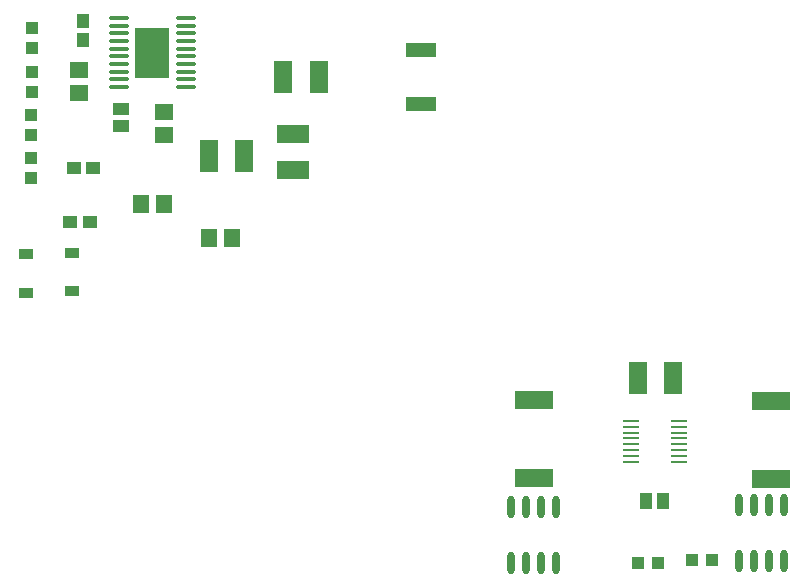
<source format=gtp>
G04 Layer_Color=7318015*
%FSAX24Y24*%
%MOIN*%
G70*
G01*
G75*
%ADD10O,0.0551X0.0098*%
%ADD11O,0.0236X0.0748*%
%ADD12R,0.0591X0.1102*%
%ADD13R,0.1260X0.0591*%
%ADD14R,0.1260X0.0591*%
%ADD15R,0.0440X0.0400*%
%ADD16R,0.0413X0.0571*%
%ADD17R,0.1043X0.0512*%
%ADD18R,0.0413X0.0453*%
%ADD19R,0.0610X0.0532*%
%ADD20R,0.0571X0.0413*%
%ADD21R,0.0400X0.0440*%
%ADD22R,0.0532X0.0610*%
%ADD23R,0.1102X0.0591*%
%ADD24R,0.0453X0.0413*%
%ADD25R,0.0480X0.0358*%
%ADD26O,0.0669X0.0138*%
%ADD27R,0.1181X0.1654*%
D10*
X036329Y034144D02*
D03*
Y034341D02*
D03*
Y034537D02*
D03*
Y034734D02*
D03*
Y034931D02*
D03*
Y035128D02*
D03*
Y035325D02*
D03*
Y035522D02*
D03*
X034715Y034144D02*
D03*
Y034341D02*
D03*
Y034537D02*
D03*
Y034734D02*
D03*
Y034931D02*
D03*
Y035128D02*
D03*
Y035325D02*
D03*
Y035522D02*
D03*
D11*
X032226Y032638D02*
D03*
X031726D02*
D03*
X031226D02*
D03*
X030726D02*
D03*
X032226Y030787D02*
D03*
X031726D02*
D03*
X031226D02*
D03*
X030726D02*
D03*
X039815Y032707D02*
D03*
X039315D02*
D03*
X038815D02*
D03*
X038315D02*
D03*
X039815Y030856D02*
D03*
X039315D02*
D03*
X038815D02*
D03*
X038315D02*
D03*
D12*
X034931Y036939D02*
D03*
X036112D02*
D03*
X024298Y046982D02*
D03*
X023117D02*
D03*
X020637Y044332D02*
D03*
X021818D02*
D03*
D13*
X039370Y036181D02*
D03*
X031476Y033602D02*
D03*
D14*
X039370Y033583D02*
D03*
X031476Y036201D02*
D03*
D15*
X034938Y030787D02*
D03*
X035613D02*
D03*
X037424Y030866D02*
D03*
X036749D02*
D03*
D16*
X035217Y032835D02*
D03*
X035787D02*
D03*
D17*
X027713Y047882D02*
D03*
Y046090D02*
D03*
D18*
X016436Y048854D02*
D03*
Y048205D02*
D03*
D19*
X019160Y045815D02*
D03*
Y045047D02*
D03*
X016318Y047228D02*
D03*
Y046460D02*
D03*
D20*
X017711Y045350D02*
D03*
Y045921D02*
D03*
D21*
X014731Y047932D02*
D03*
Y048607D02*
D03*
X014739Y046487D02*
D03*
Y047162D02*
D03*
X014723Y045705D02*
D03*
Y045031D02*
D03*
X014727Y043613D02*
D03*
Y044288D02*
D03*
D22*
X019142Y042738D02*
D03*
X018375D02*
D03*
X021402Y041612D02*
D03*
X020635D02*
D03*
D23*
X023448Y045065D02*
D03*
Y043884D02*
D03*
D24*
X016678Y042136D02*
D03*
X016028D02*
D03*
X016142Y043955D02*
D03*
X016792D02*
D03*
D25*
X016078Y041122D02*
D03*
Y039834D02*
D03*
X014562Y041083D02*
D03*
Y039795D02*
D03*
D26*
X019879Y046642D02*
D03*
Y046897D02*
D03*
Y047153D02*
D03*
Y047409D02*
D03*
Y047665D02*
D03*
Y047921D02*
D03*
Y048177D02*
D03*
Y048433D02*
D03*
Y048689D02*
D03*
Y048945D02*
D03*
X017635Y046642D02*
D03*
Y046897D02*
D03*
Y047153D02*
D03*
Y047409D02*
D03*
Y047665D02*
D03*
Y047921D02*
D03*
Y048177D02*
D03*
Y048433D02*
D03*
Y048689D02*
D03*
Y048945D02*
D03*
D27*
X018757Y047793D02*
D03*
M02*

</source>
